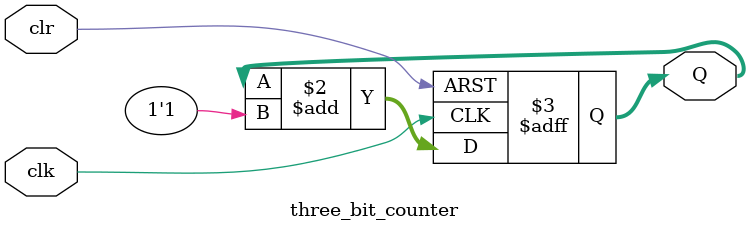
<source format=v>
`timescale 1ns / 1ps

//////////////////////////////////////////////////////////////////////////////////


module three_bit_counter( clk , clr , Q);
input clk,clr;
    
    output reg [2:0] Q;

always @ (posedge clk or posedge clr)
begin
if (clr)
Q<=3'b000;
else
Q <= Q+1'b1;
end

endmodule

</source>
